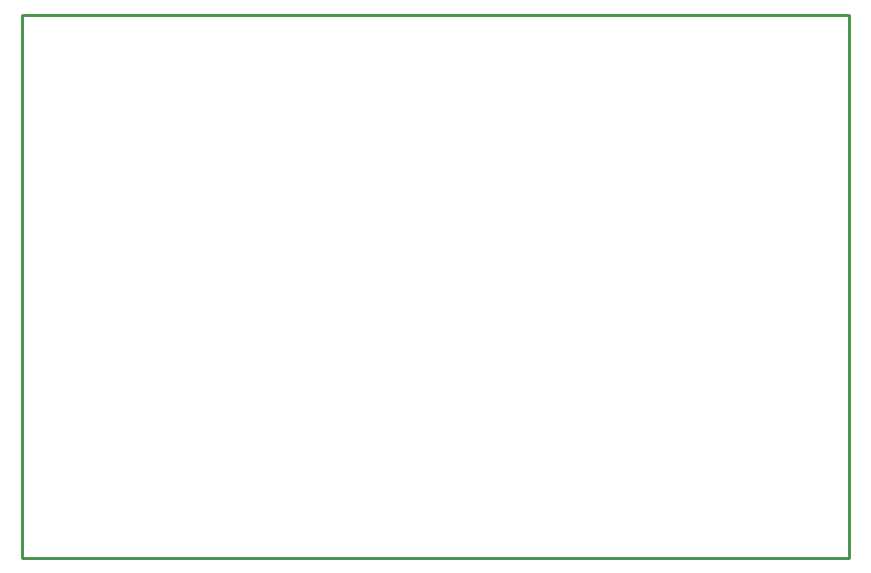
<source format=gko>
G04 Layer: BoardOutline*
G04 EasyEDA v6.4.21, 2021-08-27T17:56:30+02:00*
G04 e7cb7ce6d9f94255a7045453de3fad17,10*
G04 Gerber Generator version 0.2*
G04 Scale: 100 percent, Rotated: No, Reflected: No *
G04 Dimensions in millimeters *
G04 leading zeros omitted , absolute positions ,4 integer and 5 decimal *
%FSLAX45Y45*%
%MOMM*%

%ADD10C,0.2540*%
D10*
X700001Y8300001D02*
G01*
X7699999Y8300001D01*
X7699999Y3700000D01*
X700001Y3700000D01*
X700001Y8300001D01*

%LPD*%
M02*

</source>
